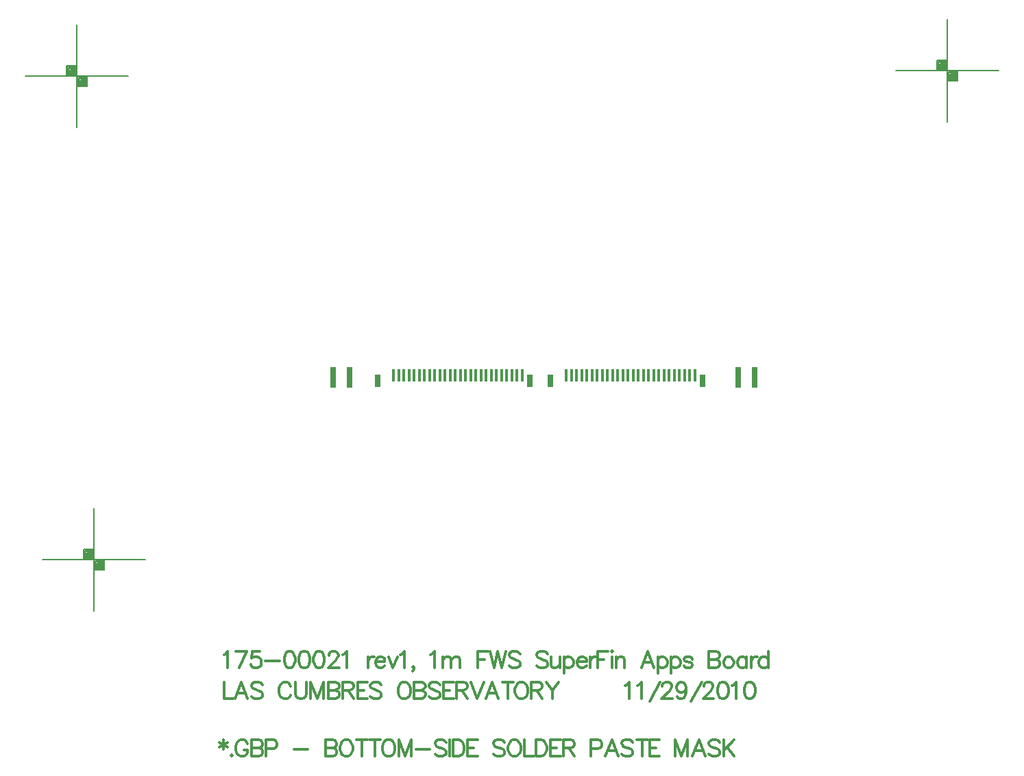
<source format=gbp>
%FSLAX23Y23*%
%MOIN*%
G70*
G01*
G75*
G04 Layer_Color=128*
%ADD10O,0.079X0.024*%
%ADD11R,0.017X0.045*%
%ADD12R,0.014X0.060*%
%ADD13R,0.030X0.100*%
%ADD14R,0.031X0.060*%
%ADD15R,0.022X0.085*%
%ADD16R,0.039X0.059*%
%ADD17R,0.085X0.022*%
%ADD18C,0.020*%
%ADD19C,0.010*%
%ADD20C,0.025*%
%ADD21C,0.050*%
%ADD22C,0.005*%
%ADD23C,0.012*%
%ADD24C,0.008*%
%ADD25C,0.012*%
%ADD26C,0.012*%
%ADD27C,0.059*%
%ADD28R,0.059X0.059*%
%ADD29R,0.059X0.059*%
%ADD30C,0.047*%
%ADD31C,0.219*%
%ADD32C,0.050*%
%ADD33C,0.024*%
%ADD34C,0.040*%
%ADD35C,0.075*%
%ADD36C,0.087*%
%ADD37C,0.206*%
%ADD38C,0.068*%
G04:AMPARAMS|DCode=39|XSize=88mil|YSize=88mil|CornerRadius=0mil|HoleSize=0mil|Usage=FLASHONLY|Rotation=0.000|XOffset=0mil|YOffset=0mil|HoleType=Round|Shape=Relief|Width=10mil|Gap=10mil|Entries=4|*
%AMTHD39*
7,0,0,0.088,0.068,0.010,45*
%
%ADD39THD39*%
G04:AMPARAMS|DCode=40|XSize=70mil|YSize=70mil|CornerRadius=0mil|HoleSize=0mil|Usage=FLASHONLY|Rotation=0.000|XOffset=0mil|YOffset=0mil|HoleType=Round|Shape=Relief|Width=10mil|Gap=10mil|Entries=4|*
%AMTHD40*
7,0,0,0.070,0.050,0.010,45*
%
%ADD40THD40*%
%ADD41C,0.010*%
%ADD42C,0.008*%
%ADD43C,0.007*%
%ADD44R,0.224X0.139*%
%ADD45O,0.087X0.032*%
%ADD46R,0.025X0.053*%
%ADD47R,0.022X0.068*%
%ADD48R,0.038X0.108*%
%ADD49R,0.039X0.068*%
%ADD50R,0.030X0.093*%
%ADD51R,0.047X0.067*%
%ADD52R,0.093X0.030*%
%ADD53C,0.067*%
%ADD54R,0.067X0.067*%
%ADD55R,0.067X0.067*%
%ADD56C,0.055*%
%ADD57C,0.227*%
%ADD58C,0.058*%
%ADD59C,0.032*%
D12*
X33449Y18602D02*
D03*
X33424D02*
D03*
X33399D02*
D03*
X33374D02*
D03*
X33349D02*
D03*
X33324D02*
D03*
X33299D02*
D03*
X33274D02*
D03*
X33249D02*
D03*
X33224D02*
D03*
X33199D02*
D03*
X33174D02*
D03*
X33149D02*
D03*
X33124D02*
D03*
X33099D02*
D03*
X33074D02*
D03*
X33049D02*
D03*
X33024D02*
D03*
X32999D02*
D03*
X32974D02*
D03*
X32949D02*
D03*
X32924D02*
D03*
X32899D02*
D03*
X32874D02*
D03*
X32849D02*
D03*
X32824D02*
D03*
X32608Y18603D02*
D03*
X32583D02*
D03*
X32558D02*
D03*
X32533D02*
D03*
X32508D02*
D03*
X32483D02*
D03*
X32458D02*
D03*
X32433D02*
D03*
X32408D02*
D03*
X32383D02*
D03*
X32358D02*
D03*
X32333D02*
D03*
X32308D02*
D03*
X32283D02*
D03*
X32258D02*
D03*
X32233D02*
D03*
X32208D02*
D03*
X32183D02*
D03*
X32158D02*
D03*
X32133D02*
D03*
X32108D02*
D03*
X32083D02*
D03*
X32058D02*
D03*
X32033D02*
D03*
X32008D02*
D03*
X31983D02*
D03*
D13*
X31691Y18593D02*
D03*
X31770D02*
D03*
X33661Y18593D02*
D03*
X33740D02*
D03*
D14*
X33486Y18575D02*
D03*
X32746D02*
D03*
X31906D02*
D03*
X32646D02*
D03*
D24*
X34427Y20086D02*
X34927D01*
X34677Y19836D02*
Y20336D01*
X34627Y20086D02*
Y20136D01*
X34677D01*
X34727Y20036D02*
Y20086D01*
X34677Y20036D02*
X34727D01*
X34682Y20081D02*
X34722D01*
Y20041D02*
Y20081D01*
X34682Y20041D02*
X34722D01*
X34682D02*
Y20081D01*
X34687Y20076D02*
X34717D01*
Y20046D02*
Y20076D01*
X34687Y20046D02*
X34717D01*
X34687D02*
Y20071D01*
X34692D02*
X34712D01*
Y20051D02*
Y20071D01*
X34692Y20051D02*
X34712D01*
X34692D02*
Y20066D01*
X34697D02*
X34707D01*
Y20056D02*
Y20066D01*
X34697Y20056D02*
X34707D01*
X34697D02*
Y20066D01*
Y20061D02*
X34707D01*
X34632Y20131D02*
X34672D01*
Y20091D02*
Y20131D01*
X34632Y20091D02*
X34672D01*
X34632D02*
Y20131D01*
X34637Y20126D02*
X34667D01*
Y20096D02*
Y20126D01*
X34637Y20096D02*
X34667D01*
X34637D02*
Y20121D01*
X34642D02*
X34662D01*
Y20101D02*
Y20121D01*
X34642Y20101D02*
X34662D01*
X34642D02*
Y20116D01*
X34647D02*
X34657D01*
Y20106D02*
Y20116D01*
X34647Y20106D02*
X34657D01*
X34647D02*
Y20116D01*
Y20111D02*
X34657D01*
X30192Y20061D02*
X30692D01*
X30442Y19811D02*
Y20311D01*
X30392Y20061D02*
Y20111D01*
X30442D01*
X30492Y20011D02*
Y20061D01*
X30442Y20011D02*
X30492D01*
X30447Y20056D02*
X30487D01*
Y20016D02*
Y20056D01*
X30447Y20016D02*
X30487D01*
X30447D02*
Y20056D01*
X30452Y20051D02*
X30482D01*
Y20021D02*
Y20051D01*
X30452Y20021D02*
X30482D01*
X30452D02*
Y20046D01*
X30457D02*
X30477D01*
Y20026D02*
Y20046D01*
X30457Y20026D02*
X30477D01*
X30457D02*
Y20041D01*
X30462D02*
X30472D01*
Y20031D02*
Y20041D01*
X30462Y20031D02*
X30472D01*
X30462D02*
Y20041D01*
Y20036D02*
X30472D01*
X30397Y20106D02*
X30437D01*
Y20066D02*
Y20106D01*
X30397Y20066D02*
X30437D01*
X30397D02*
Y20106D01*
X30402Y20101D02*
X30432D01*
Y20071D02*
Y20101D01*
X30402Y20071D02*
X30432D01*
X30402D02*
Y20096D01*
X30407D02*
X30427D01*
Y20076D02*
Y20096D01*
X30407Y20076D02*
X30427D01*
X30407D02*
Y20091D01*
X30412D02*
X30422D01*
Y20081D02*
Y20091D01*
X30412Y20081D02*
X30422D01*
X30412D02*
Y20091D01*
Y20086D02*
X30422D01*
X30277Y17706D02*
X30777D01*
X30527Y17456D02*
Y17956D01*
X30477Y17706D02*
Y17756D01*
X30527D01*
X30577Y17656D02*
Y17706D01*
X30527Y17656D02*
X30577D01*
X30532Y17701D02*
X30572D01*
Y17661D02*
Y17701D01*
X30532Y17661D02*
X30572D01*
X30532D02*
Y17701D01*
X30537Y17696D02*
X30567D01*
Y17666D02*
Y17696D01*
X30537Y17666D02*
X30567D01*
X30537D02*
Y17691D01*
X30542D02*
X30562D01*
Y17671D02*
Y17691D01*
X30542Y17671D02*
X30562D01*
X30542D02*
Y17686D01*
X30547D02*
X30557D01*
Y17676D02*
Y17686D01*
X30547Y17676D02*
X30557D01*
X30547D02*
Y17686D01*
Y17681D02*
X30557D01*
X30482Y17751D02*
X30522D01*
Y17711D02*
Y17751D01*
X30482Y17711D02*
X30522D01*
X30482D02*
Y17751D01*
X30487Y17746D02*
X30517D01*
Y17716D02*
Y17746D01*
X30487Y17716D02*
X30517D01*
X30487D02*
Y17741D01*
X30492D02*
X30512D01*
Y17721D02*
Y17741D01*
X30492Y17721D02*
X30512D01*
X30492D02*
Y17736D01*
X30497D02*
X30507D01*
Y17726D02*
Y17736D01*
X30497Y17726D02*
X30507D01*
X30497D02*
Y17736D01*
Y17731D02*
X30507D01*
D25*
X31156Y16829D02*
Y16783D01*
X31137Y16817D02*
X31175Y16794D01*
Y16817D02*
X31137Y16794D01*
X31196Y16756D02*
X31192Y16753D01*
X31196Y16749D01*
X31199Y16753D01*
X31196Y16756D01*
X31274Y16810D02*
X31270Y16817D01*
X31263Y16825D01*
X31255Y16829D01*
X31240D01*
X31232Y16825D01*
X31224Y16817D01*
X31221Y16810D01*
X31217Y16798D01*
Y16779D01*
X31221Y16768D01*
X31224Y16760D01*
X31232Y16753D01*
X31240Y16749D01*
X31255D01*
X31263Y16753D01*
X31270Y16760D01*
X31274Y16768D01*
Y16779D01*
X31255D02*
X31274D01*
X31292Y16829D02*
Y16749D01*
Y16829D02*
X31327D01*
X31338Y16825D01*
X31342Y16821D01*
X31346Y16814D01*
Y16806D01*
X31342Y16798D01*
X31338Y16794D01*
X31327Y16791D01*
X31292D02*
X31327D01*
X31338Y16787D01*
X31342Y16783D01*
X31346Y16775D01*
Y16764D01*
X31342Y16756D01*
X31338Y16753D01*
X31327Y16749D01*
X31292D01*
X31363Y16787D02*
X31398D01*
X31409Y16791D01*
X31413Y16794D01*
X31417Y16802D01*
Y16814D01*
X31413Y16821D01*
X31409Y16825D01*
X31398Y16829D01*
X31363D01*
Y16749D01*
X31498Y16783D02*
X31566D01*
X31653Y16829D02*
Y16749D01*
Y16829D02*
X31687D01*
X31698Y16825D01*
X31702Y16821D01*
X31706Y16814D01*
Y16806D01*
X31702Y16798D01*
X31698Y16794D01*
X31687Y16791D01*
X31653D02*
X31687D01*
X31698Y16787D01*
X31702Y16783D01*
X31706Y16775D01*
Y16764D01*
X31702Y16756D01*
X31698Y16753D01*
X31687Y16749D01*
X31653D01*
X31747Y16829D02*
X31739Y16825D01*
X31731Y16817D01*
X31728Y16810D01*
X31724Y16798D01*
Y16779D01*
X31728Y16768D01*
X31731Y16760D01*
X31739Y16753D01*
X31747Y16749D01*
X31762D01*
X31769Y16753D01*
X31777Y16760D01*
X31781Y16768D01*
X31785Y16779D01*
Y16798D01*
X31781Y16810D01*
X31777Y16817D01*
X31769Y16825D01*
X31762Y16829D01*
X31747D01*
X31830D02*
Y16749D01*
X31803Y16829D02*
X31857D01*
X31893D02*
Y16749D01*
X31866Y16829D02*
X31920D01*
X31952D02*
X31944Y16825D01*
X31937Y16817D01*
X31933Y16810D01*
X31929Y16798D01*
Y16779D01*
X31933Y16768D01*
X31937Y16760D01*
X31944Y16753D01*
X31952Y16749D01*
X31967D01*
X31975Y16753D01*
X31982Y16760D01*
X31986Y16768D01*
X31990Y16779D01*
Y16798D01*
X31986Y16810D01*
X31982Y16817D01*
X31975Y16825D01*
X31967Y16829D01*
X31952D01*
X32009D02*
Y16749D01*
Y16829D02*
X32039Y16749D01*
X32070Y16829D02*
X32039Y16749D01*
X32070Y16829D02*
Y16749D01*
X32092Y16783D02*
X32161D01*
X32238Y16817D02*
X32230Y16825D01*
X32219Y16829D01*
X32204D01*
X32192Y16825D01*
X32185Y16817D01*
Y16810D01*
X32188Y16802D01*
X32192Y16798D01*
X32200Y16794D01*
X32223Y16787D01*
X32230Y16783D01*
X32234Y16779D01*
X32238Y16772D01*
Y16760D01*
X32230Y16753D01*
X32219Y16749D01*
X32204D01*
X32192Y16753D01*
X32185Y16760D01*
X32256Y16829D02*
Y16749D01*
X32273Y16829D02*
Y16749D01*
Y16829D02*
X32299D01*
X32311Y16825D01*
X32318Y16817D01*
X32322Y16810D01*
X32326Y16798D01*
Y16779D01*
X32322Y16768D01*
X32318Y16760D01*
X32311Y16753D01*
X32299Y16749D01*
X32273D01*
X32393Y16829D02*
X32344D01*
Y16749D01*
X32393D01*
X32344Y16791D02*
X32374D01*
X32523Y16817D02*
X32515Y16825D01*
X32504Y16829D01*
X32489D01*
X32477Y16825D01*
X32470Y16817D01*
Y16810D01*
X32473Y16802D01*
X32477Y16798D01*
X32485Y16794D01*
X32508Y16787D01*
X32515Y16783D01*
X32519Y16779D01*
X32523Y16772D01*
Y16760D01*
X32515Y16753D01*
X32504Y16749D01*
X32489D01*
X32477Y16753D01*
X32470Y16760D01*
X32564Y16829D02*
X32556Y16825D01*
X32548Y16817D01*
X32545Y16810D01*
X32541Y16798D01*
Y16779D01*
X32545Y16768D01*
X32548Y16760D01*
X32556Y16753D01*
X32564Y16749D01*
X32579D01*
X32586Y16753D01*
X32594Y16760D01*
X32598Y16768D01*
X32602Y16779D01*
Y16798D01*
X32598Y16810D01*
X32594Y16817D01*
X32586Y16825D01*
X32579Y16829D01*
X32564D01*
X32620D02*
Y16749D01*
X32666D01*
X32675Y16829D02*
Y16749D01*
Y16829D02*
X32701D01*
X32713Y16825D01*
X32721Y16817D01*
X32724Y16810D01*
X32728Y16798D01*
Y16779D01*
X32724Y16768D01*
X32721Y16760D01*
X32713Y16753D01*
X32701Y16749D01*
X32675D01*
X32796Y16829D02*
X32746D01*
Y16749D01*
X32796D01*
X32746Y16791D02*
X32777D01*
X32809Y16829D02*
Y16749D01*
Y16829D02*
X32843D01*
X32855Y16825D01*
X32858Y16821D01*
X32862Y16814D01*
Y16806D01*
X32858Y16798D01*
X32855Y16794D01*
X32843Y16791D01*
X32809D01*
X32836D02*
X32862Y16749D01*
X32943Y16787D02*
X32977D01*
X32989Y16791D01*
X32992Y16794D01*
X32996Y16802D01*
Y16814D01*
X32992Y16821D01*
X32989Y16825D01*
X32977Y16829D01*
X32943D01*
Y16749D01*
X33075D02*
X33045Y16829D01*
X33014Y16749D01*
X33026Y16775D02*
X33064D01*
X33147Y16817D02*
X33139Y16825D01*
X33128Y16829D01*
X33113D01*
X33101Y16825D01*
X33094Y16817D01*
Y16810D01*
X33098Y16802D01*
X33101Y16798D01*
X33109Y16794D01*
X33132Y16787D01*
X33139Y16783D01*
X33143Y16779D01*
X33147Y16772D01*
Y16760D01*
X33139Y16753D01*
X33128Y16749D01*
X33113D01*
X33101Y16753D01*
X33094Y16760D01*
X33192Y16829D02*
Y16749D01*
X33165Y16829D02*
X33218D01*
X33277D02*
X33228D01*
Y16749D01*
X33277D01*
X33228Y16791D02*
X33258D01*
X33354Y16829D02*
Y16749D01*
Y16829D02*
X33384Y16749D01*
X33414Y16829D02*
X33384Y16749D01*
X33414Y16829D02*
Y16749D01*
X33498D02*
X33468Y16829D01*
X33437Y16749D01*
X33449Y16775D02*
X33487D01*
X33570Y16817D02*
X33563Y16825D01*
X33551Y16829D01*
X33536D01*
X33525Y16825D01*
X33517Y16817D01*
Y16810D01*
X33521Y16802D01*
X33525Y16798D01*
X33532Y16794D01*
X33555Y16787D01*
X33563Y16783D01*
X33566Y16779D01*
X33570Y16772D01*
Y16760D01*
X33563Y16753D01*
X33551Y16749D01*
X33536D01*
X33525Y16753D01*
X33517Y16760D01*
X33588Y16829D02*
Y16749D01*
X33641Y16829D02*
X33588Y16775D01*
X33607Y16794D02*
X33641Y16749D01*
X31158Y17244D02*
X31166Y17248D01*
X31177Y17259D01*
Y17179D01*
X31270Y17259D02*
X31232Y17179D01*
X31217Y17259D02*
X31270D01*
X31334D02*
X31296D01*
X31292Y17225D01*
X31296Y17229D01*
X31307Y17233D01*
X31319D01*
X31330Y17229D01*
X31338Y17221D01*
X31341Y17210D01*
Y17202D01*
X31338Y17191D01*
X31330Y17183D01*
X31319Y17179D01*
X31307D01*
X31296Y17183D01*
X31292Y17187D01*
X31288Y17195D01*
X31359Y17214D02*
X31428D01*
X31474Y17259D02*
X31463Y17256D01*
X31455Y17244D01*
X31452Y17225D01*
Y17214D01*
X31455Y17195D01*
X31463Y17183D01*
X31474Y17179D01*
X31482D01*
X31493Y17183D01*
X31501Y17195D01*
X31505Y17214D01*
Y17225D01*
X31501Y17244D01*
X31493Y17256D01*
X31482Y17259D01*
X31474D01*
X31546D02*
X31534Y17256D01*
X31527Y17244D01*
X31523Y17225D01*
Y17214D01*
X31527Y17195D01*
X31534Y17183D01*
X31546Y17179D01*
X31553D01*
X31565Y17183D01*
X31572Y17195D01*
X31576Y17214D01*
Y17225D01*
X31572Y17244D01*
X31565Y17256D01*
X31553Y17259D01*
X31546D01*
X31617D02*
X31605Y17256D01*
X31598Y17244D01*
X31594Y17225D01*
Y17214D01*
X31598Y17195D01*
X31605Y17183D01*
X31617Y17179D01*
X31624D01*
X31636Y17183D01*
X31644Y17195D01*
X31647Y17214D01*
Y17225D01*
X31644Y17244D01*
X31636Y17256D01*
X31624Y17259D01*
X31617D01*
X31669Y17240D02*
Y17244D01*
X31673Y17252D01*
X31677Y17256D01*
X31684Y17259D01*
X31700D01*
X31707Y17256D01*
X31711Y17252D01*
X31715Y17244D01*
Y17237D01*
X31711Y17229D01*
X31703Y17217D01*
X31665Y17179D01*
X31719D01*
X31736Y17244D02*
X31744Y17248D01*
X31755Y17259D01*
Y17179D01*
X31858Y17233D02*
Y17179D01*
Y17210D02*
X31862Y17221D01*
X31869Y17229D01*
X31877Y17233D01*
X31888D01*
X31896Y17210D02*
X31941D01*
Y17217D01*
X31938Y17225D01*
X31934Y17229D01*
X31926Y17233D01*
X31915D01*
X31907Y17229D01*
X31899Y17221D01*
X31896Y17210D01*
Y17202D01*
X31899Y17191D01*
X31907Y17183D01*
X31915Y17179D01*
X31926D01*
X31934Y17183D01*
X31941Y17191D01*
X31958Y17233D02*
X31981Y17179D01*
X32004Y17233D02*
X31981Y17179D01*
X32017Y17244D02*
X32025Y17248D01*
X32036Y17259D01*
Y17179D01*
X32083Y17183D02*
X32080Y17179D01*
X32076Y17183D01*
X32080Y17187D01*
X32083Y17183D01*
Y17176D01*
X32080Y17168D01*
X32076Y17164D01*
X32164Y17244D02*
X32171Y17248D01*
X32183Y17259D01*
Y17179D01*
X32222Y17233D02*
Y17179D01*
Y17217D02*
X32234Y17229D01*
X32241Y17233D01*
X32253D01*
X32261Y17229D01*
X32264Y17217D01*
Y17179D01*
Y17217D02*
X32276Y17229D01*
X32283Y17233D01*
X32295D01*
X32302Y17229D01*
X32306Y17217D01*
Y17179D01*
X32394Y17259D02*
Y17179D01*
Y17259D02*
X32444D01*
X32394Y17221D02*
X32425D01*
X32453Y17259D02*
X32472Y17179D01*
X32491Y17259D02*
X32472Y17179D01*
X32491Y17259D02*
X32510Y17179D01*
X32529Y17259D02*
X32510Y17179D01*
X32598Y17248D02*
X32591Y17256D01*
X32579Y17259D01*
X32564D01*
X32553Y17256D01*
X32545Y17248D01*
Y17240D01*
X32549Y17233D01*
X32553Y17229D01*
X32560Y17225D01*
X32583Y17217D01*
X32591Y17214D01*
X32595Y17210D01*
X32598Y17202D01*
Y17191D01*
X32591Y17183D01*
X32579Y17179D01*
X32564D01*
X32553Y17183D01*
X32545Y17191D01*
X32732Y17248D02*
X32725Y17256D01*
X32713Y17259D01*
X32698D01*
X32687Y17256D01*
X32679Y17248D01*
Y17240D01*
X32683Y17233D01*
X32687Y17229D01*
X32694Y17225D01*
X32717Y17217D01*
X32725Y17214D01*
X32729Y17210D01*
X32732Y17202D01*
Y17191D01*
X32725Y17183D01*
X32713Y17179D01*
X32698D01*
X32687Y17183D01*
X32679Y17191D01*
X32750Y17233D02*
Y17195D01*
X32754Y17183D01*
X32762Y17179D01*
X32773D01*
X32781Y17183D01*
X32792Y17195D01*
Y17233D02*
Y17179D01*
X32813Y17233D02*
Y17153D01*
Y17221D02*
X32821Y17229D01*
X32828Y17233D01*
X32840D01*
X32847Y17229D01*
X32855Y17221D01*
X32859Y17210D01*
Y17202D01*
X32855Y17191D01*
X32847Y17183D01*
X32840Y17179D01*
X32828D01*
X32821Y17183D01*
X32813Y17191D01*
X32876Y17210D02*
X32922D01*
Y17217D01*
X32918Y17225D01*
X32914Y17229D01*
X32906Y17233D01*
X32895D01*
X32887Y17229D01*
X32880Y17221D01*
X32876Y17210D01*
Y17202D01*
X32880Y17191D01*
X32887Y17183D01*
X32895Y17179D01*
X32906D01*
X32914Y17183D01*
X32922Y17191D01*
X32939Y17233D02*
Y17179D01*
Y17210D02*
X32943Y17221D01*
X32950Y17229D01*
X32958Y17233D01*
X32969D01*
X32977Y17259D02*
Y17179D01*
Y17259D02*
X33026D01*
X32977Y17221D02*
X33007D01*
X33043Y17259D02*
X33047Y17256D01*
X33050Y17259D01*
X33047Y17263D01*
X33043Y17259D01*
X33047Y17233D02*
Y17179D01*
X33065Y17233D02*
Y17179D01*
Y17217D02*
X33076Y17229D01*
X33084Y17233D01*
X33095D01*
X33103Y17229D01*
X33106Y17217D01*
Y17179D01*
X33251D02*
X33221Y17259D01*
X33190Y17179D01*
X33202Y17206D02*
X33240D01*
X33270Y17233D02*
Y17153D01*
Y17221D02*
X33277Y17229D01*
X33285Y17233D01*
X33297D01*
X33304Y17229D01*
X33312Y17221D01*
X33316Y17210D01*
Y17202D01*
X33312Y17191D01*
X33304Y17183D01*
X33297Y17179D01*
X33285D01*
X33277Y17183D01*
X33270Y17191D01*
X33333Y17233D02*
Y17153D01*
Y17221D02*
X33340Y17229D01*
X33348Y17233D01*
X33359D01*
X33367Y17229D01*
X33375Y17221D01*
X33378Y17210D01*
Y17202D01*
X33375Y17191D01*
X33367Y17183D01*
X33359Y17179D01*
X33348D01*
X33340Y17183D01*
X33333Y17191D01*
X33437Y17221D02*
X33434Y17229D01*
X33422Y17233D01*
X33411D01*
X33399Y17229D01*
X33396Y17221D01*
X33399Y17214D01*
X33407Y17210D01*
X33426Y17206D01*
X33434Y17202D01*
X33437Y17195D01*
Y17191D01*
X33434Y17183D01*
X33422Y17179D01*
X33411D01*
X33399Y17183D01*
X33396Y17191D01*
X33517Y17259D02*
Y17179D01*
Y17259D02*
X33551D01*
X33563Y17256D01*
X33567Y17252D01*
X33570Y17244D01*
Y17237D01*
X33567Y17229D01*
X33563Y17225D01*
X33551Y17221D01*
X33517D02*
X33551D01*
X33563Y17217D01*
X33567Y17214D01*
X33570Y17206D01*
Y17195D01*
X33567Y17187D01*
X33563Y17183D01*
X33551Y17179D01*
X33517D01*
X33607Y17233D02*
X33600Y17229D01*
X33592Y17221D01*
X33588Y17210D01*
Y17202D01*
X33592Y17191D01*
X33600Y17183D01*
X33607Y17179D01*
X33619D01*
X33626Y17183D01*
X33634Y17191D01*
X33638Y17202D01*
Y17210D01*
X33634Y17221D01*
X33626Y17229D01*
X33619Y17233D01*
X33607D01*
X33701D02*
Y17179D01*
Y17221D02*
X33693Y17229D01*
X33686Y17233D01*
X33674D01*
X33667Y17229D01*
X33659Y17221D01*
X33655Y17210D01*
Y17202D01*
X33659Y17191D01*
X33667Y17183D01*
X33674Y17179D01*
X33686D01*
X33693Y17183D01*
X33701Y17191D01*
X33722Y17233D02*
Y17179D01*
Y17210D02*
X33726Y17221D01*
X33734Y17229D01*
X33741Y17233D01*
X33753D01*
X33806Y17259D02*
Y17179D01*
Y17221D02*
X33798Y17229D01*
X33790Y17233D01*
X33779D01*
X33771Y17229D01*
X33764Y17221D01*
X33760Y17210D01*
Y17202D01*
X33764Y17191D01*
X33771Y17183D01*
X33779Y17179D01*
X33790D01*
X33798Y17183D01*
X33806Y17191D01*
D26*
X31158Y17109D02*
Y17029D01*
X31204D01*
X31274D02*
X31243Y17109D01*
X31213Y17029D01*
X31224Y17056D02*
X31262D01*
X31346Y17098D02*
X31338Y17106D01*
X31327Y17109D01*
X31311D01*
X31300Y17106D01*
X31292Y17098D01*
Y17090D01*
X31296Y17083D01*
X31300Y17079D01*
X31308Y17075D01*
X31330Y17067D01*
X31338Y17064D01*
X31342Y17060D01*
X31346Y17052D01*
Y17041D01*
X31338Y17033D01*
X31327Y17029D01*
X31311D01*
X31300Y17033D01*
X31292Y17041D01*
X31484Y17090D02*
X31480Y17098D01*
X31472Y17106D01*
X31465Y17109D01*
X31449D01*
X31442Y17106D01*
X31434Y17098D01*
X31430Y17090D01*
X31426Y17079D01*
Y17060D01*
X31430Y17048D01*
X31434Y17041D01*
X31442Y17033D01*
X31449Y17029D01*
X31465D01*
X31472Y17033D01*
X31480Y17041D01*
X31484Y17048D01*
X31506Y17109D02*
Y17052D01*
X31510Y17041D01*
X31517Y17033D01*
X31529Y17029D01*
X31536D01*
X31548Y17033D01*
X31556Y17041D01*
X31559Y17052D01*
Y17109D01*
X31581D02*
Y17029D01*
Y17109D02*
X31612Y17029D01*
X31642Y17109D02*
X31612Y17029D01*
X31642Y17109D02*
Y17029D01*
X31665Y17109D02*
Y17029D01*
Y17109D02*
X31700D01*
X31711Y17106D01*
X31715Y17102D01*
X31719Y17094D01*
Y17086D01*
X31715Y17079D01*
X31711Y17075D01*
X31700Y17071D01*
X31665D02*
X31700D01*
X31711Y17067D01*
X31715Y17064D01*
X31719Y17056D01*
Y17045D01*
X31715Y17037D01*
X31711Y17033D01*
X31700Y17029D01*
X31665D01*
X31736Y17109D02*
Y17029D01*
Y17109D02*
X31771D01*
X31782Y17106D01*
X31786Y17102D01*
X31790Y17094D01*
Y17086D01*
X31786Y17079D01*
X31782Y17075D01*
X31771Y17071D01*
X31736D01*
X31763D02*
X31790Y17029D01*
X31857Y17109D02*
X31808D01*
Y17029D01*
X31857D01*
X31808Y17071D02*
X31838D01*
X31924Y17098D02*
X31916Y17106D01*
X31905Y17109D01*
X31890D01*
X31878Y17106D01*
X31871Y17098D01*
Y17090D01*
X31874Y17083D01*
X31878Y17079D01*
X31886Y17075D01*
X31909Y17067D01*
X31916Y17064D01*
X31920Y17060D01*
X31924Y17052D01*
Y17041D01*
X31916Y17033D01*
X31905Y17029D01*
X31890D01*
X31878Y17033D01*
X31871Y17041D01*
X32027Y17109D02*
X32020Y17106D01*
X32012Y17098D01*
X32008Y17090D01*
X32005Y17079D01*
Y17060D01*
X32008Y17048D01*
X32012Y17041D01*
X32020Y17033D01*
X32027Y17029D01*
X32043D01*
X32050Y17033D01*
X32058Y17041D01*
X32062Y17048D01*
X32066Y17060D01*
Y17079D01*
X32062Y17090D01*
X32058Y17098D01*
X32050Y17106D01*
X32043Y17109D01*
X32027D01*
X32084D02*
Y17029D01*
Y17109D02*
X32118D01*
X32130Y17106D01*
X32134Y17102D01*
X32138Y17094D01*
Y17086D01*
X32134Y17079D01*
X32130Y17075D01*
X32118Y17071D01*
X32084D02*
X32118D01*
X32130Y17067D01*
X32134Y17064D01*
X32138Y17056D01*
Y17045D01*
X32134Y17037D01*
X32130Y17033D01*
X32118Y17029D01*
X32084D01*
X32209Y17098D02*
X32201Y17106D01*
X32190Y17109D01*
X32174D01*
X32163Y17106D01*
X32155Y17098D01*
Y17090D01*
X32159Y17083D01*
X32163Y17079D01*
X32171Y17075D01*
X32193Y17067D01*
X32201Y17064D01*
X32205Y17060D01*
X32209Y17052D01*
Y17041D01*
X32201Y17033D01*
X32190Y17029D01*
X32174D01*
X32163Y17033D01*
X32155Y17041D01*
X32276Y17109D02*
X32227D01*
Y17029D01*
X32276D01*
X32227Y17071D02*
X32257D01*
X32289Y17109D02*
Y17029D01*
Y17109D02*
X32324D01*
X32335Y17106D01*
X32339Y17102D01*
X32343Y17094D01*
Y17086D01*
X32339Y17079D01*
X32335Y17075D01*
X32324Y17071D01*
X32289D01*
X32316D02*
X32343Y17029D01*
X32361Y17109D02*
X32391Y17029D01*
X32422Y17109D02*
X32391Y17029D01*
X32493D02*
X32462Y17109D01*
X32432Y17029D01*
X32443Y17056D02*
X32481D01*
X32538Y17109D02*
Y17029D01*
X32512Y17109D02*
X32565D01*
X32597D02*
X32590Y17106D01*
X32582Y17098D01*
X32578Y17090D01*
X32574Y17079D01*
Y17060D01*
X32578Y17048D01*
X32582Y17041D01*
X32590Y17033D01*
X32597Y17029D01*
X32612D01*
X32620Y17033D01*
X32628Y17041D01*
X32632Y17048D01*
X32635Y17060D01*
Y17079D01*
X32632Y17090D01*
X32628Y17098D01*
X32620Y17106D01*
X32612Y17109D01*
X32597D01*
X32654D02*
Y17029D01*
Y17109D02*
X32688D01*
X32700Y17106D01*
X32703Y17102D01*
X32707Y17094D01*
Y17086D01*
X32703Y17079D01*
X32700Y17075D01*
X32688Y17071D01*
X32654D01*
X32681D02*
X32707Y17029D01*
X32725Y17109D02*
X32756Y17071D01*
Y17029D01*
X32786Y17109D02*
X32756Y17071D01*
X33111Y17094D02*
X33118Y17098D01*
X33130Y17109D01*
Y17029D01*
X33169Y17094D02*
X33177Y17098D01*
X33188Y17109D01*
Y17029D01*
X33228Y17018D02*
X33281Y17109D01*
X33290Y17090D02*
Y17094D01*
X33294Y17102D01*
X33298Y17106D01*
X33306Y17109D01*
X33321D01*
X33328Y17106D01*
X33332Y17102D01*
X33336Y17094D01*
Y17086D01*
X33332Y17079D01*
X33325Y17067D01*
X33287Y17029D01*
X33340D01*
X33407Y17083D02*
X33404Y17071D01*
X33396Y17064D01*
X33384Y17060D01*
X33381D01*
X33369Y17064D01*
X33362Y17071D01*
X33358Y17083D01*
Y17086D01*
X33362Y17098D01*
X33369Y17106D01*
X33381Y17109D01*
X33384D01*
X33396Y17106D01*
X33404Y17098D01*
X33407Y17083D01*
Y17064D01*
X33404Y17045D01*
X33396Y17033D01*
X33384Y17029D01*
X33377D01*
X33365Y17033D01*
X33362Y17041D01*
X33429Y17018D02*
X33482Y17109D01*
X33492Y17090D02*
Y17094D01*
X33495Y17102D01*
X33499Y17106D01*
X33507Y17109D01*
X33522D01*
X33530Y17106D01*
X33533Y17102D01*
X33537Y17094D01*
Y17086D01*
X33533Y17079D01*
X33526Y17067D01*
X33488Y17029D01*
X33541D01*
X33582Y17109D02*
X33570Y17106D01*
X33563Y17094D01*
X33559Y17075D01*
Y17064D01*
X33563Y17045D01*
X33570Y17033D01*
X33582Y17029D01*
X33589D01*
X33601Y17033D01*
X33608Y17045D01*
X33612Y17064D01*
Y17075D01*
X33608Y17094D01*
X33601Y17106D01*
X33589Y17109D01*
X33582D01*
X33630Y17094D02*
X33638Y17098D01*
X33649Y17109D01*
Y17029D01*
X33712Y17109D02*
X33700Y17106D01*
X33693Y17094D01*
X33689Y17075D01*
Y17064D01*
X33693Y17045D01*
X33700Y17033D01*
X33712Y17029D01*
X33719D01*
X33731Y17033D01*
X33738Y17045D01*
X33742Y17064D01*
Y17075D01*
X33738Y17094D01*
X33731Y17106D01*
X33719Y17109D01*
X33712D01*
M02*

</source>
